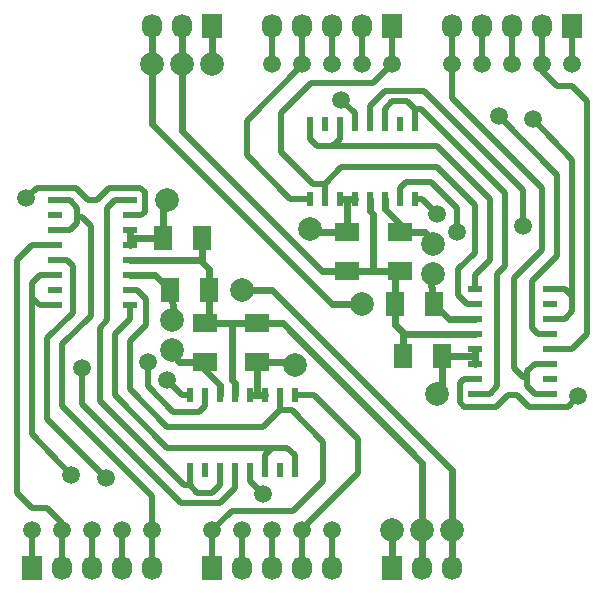
<source format=gtl>
G04 #@! TF.FileFunction,Copper,L1,Top,Signal*
%FSLAX46Y46*%
G04 Gerber Fmt 4.6, Leading zero omitted, Abs format (unit mm)*
G04 Created by KiCad (PCBNEW 4.0.5) date 03/25/17 21:50:00*
%MOMM*%
%LPD*%
G01*
G04 APERTURE LIST*
%ADD10C,0.100000*%
%ADD11R,1.727200X2.032000*%
%ADD12O,1.727200X2.032000*%
%ADD13R,0.508000X1.143000*%
%ADD14R,1.143000X0.508000*%
%ADD15R,2.032000X1.524000*%
%ADD16R,1.524000X2.032000*%
%ADD17C,2.000000*%
%ADD18C,1.500000*%
%ADD19C,0.500000*%
%ADD20C,0.600000*%
G04 APERTURE END LIST*
D10*
D11*
X71247000Y-50609500D03*
D12*
X68707000Y-50609500D03*
X66167000Y-50609500D03*
D11*
X86487000Y-50609500D03*
D12*
X83947000Y-50609500D03*
X81407000Y-50609500D03*
X78867000Y-50609500D03*
X76327000Y-50609500D03*
D11*
X101727000Y-50609500D03*
D12*
X99187000Y-50609500D03*
X96647000Y-50609500D03*
X94107000Y-50609500D03*
X91567000Y-50609500D03*
D13*
X88392000Y-65214500D03*
X85852000Y-65214500D03*
X84582000Y-65214500D03*
X83312000Y-65214500D03*
X82042000Y-65214500D03*
X80772000Y-65214500D03*
X79502000Y-65214500D03*
X79502000Y-58864500D03*
X80772000Y-58864500D03*
X82042000Y-58864500D03*
X83312000Y-58864500D03*
X84582000Y-58864500D03*
X85852000Y-58864500D03*
X87122000Y-58864500D03*
X88392000Y-58864500D03*
X87122000Y-65214500D03*
D14*
X93472000Y-81724500D03*
X93472000Y-79184500D03*
X93472000Y-77914500D03*
X93472000Y-76644500D03*
X93472000Y-75374500D03*
X93472000Y-74104500D03*
X93472000Y-72834500D03*
X99822000Y-72834500D03*
X99822000Y-74104500D03*
X99822000Y-75374500D03*
X99822000Y-76644500D03*
X99822000Y-77914500D03*
X99822000Y-79184500D03*
X99822000Y-80454500D03*
X99822000Y-81724500D03*
X93472000Y-80454500D03*
D15*
X87122000Y-71310500D03*
X87122000Y-68008500D03*
X82677000Y-68008500D03*
X82677000Y-71310500D03*
D16*
X87376000Y-78549500D03*
X90678000Y-78549500D03*
X90043000Y-74104500D03*
X86741000Y-74104500D03*
X67691000Y-72961500D03*
X70993000Y-72961500D03*
X70358000Y-68516500D03*
X67056000Y-68516500D03*
D15*
X75057000Y-79057500D03*
X75057000Y-75755500D03*
X70612000Y-75755500D03*
X70612000Y-79057500D03*
D14*
X64262000Y-65341500D03*
X64262000Y-67881500D03*
X64262000Y-69151500D03*
X64262000Y-70421500D03*
X64262000Y-71691500D03*
X64262000Y-72961500D03*
X64262000Y-74231500D03*
X57912000Y-74231500D03*
X57912000Y-72961500D03*
X57912000Y-71691500D03*
X57912000Y-70421500D03*
X57912000Y-69151500D03*
X57912000Y-67881500D03*
X57912000Y-66611500D03*
X57912000Y-65341500D03*
X64262000Y-66611500D03*
D13*
X69342000Y-81851500D03*
X71882000Y-81851500D03*
X73152000Y-81851500D03*
X74422000Y-81851500D03*
X75692000Y-81851500D03*
X76962000Y-81851500D03*
X78232000Y-81851500D03*
X78232000Y-88201500D03*
X76962000Y-88201500D03*
X75692000Y-88201500D03*
X74422000Y-88201500D03*
X73152000Y-88201500D03*
X71882000Y-88201500D03*
X70612000Y-88201500D03*
X69342000Y-88201500D03*
X70612000Y-81851500D03*
D11*
X56007000Y-96456500D03*
D12*
X58547000Y-96456500D03*
X61087000Y-96456500D03*
X63627000Y-96456500D03*
X66167000Y-96456500D03*
D11*
X71247000Y-96456500D03*
D12*
X73787000Y-96456500D03*
X76327000Y-96456500D03*
X78867000Y-96456500D03*
X81407000Y-96456500D03*
D11*
X86487000Y-96456500D03*
D12*
X89027000Y-96456500D03*
X91567000Y-96456500D03*
D17*
X89916000Y-71564500D03*
X83947000Y-74104500D03*
X66167000Y-53784500D03*
X79502000Y-67754500D03*
X78232000Y-79311500D03*
X91567000Y-93281500D03*
X73787000Y-72961500D03*
X67818000Y-75501500D03*
X68707000Y-53784500D03*
X89027000Y-93281500D03*
X71247000Y-53784500D03*
X90297000Y-81724500D03*
X89916000Y-69024500D03*
X67818000Y-78041500D03*
X67437000Y-65341500D03*
X86487000Y-93281500D03*
D18*
X86487000Y-53784500D03*
X71247000Y-93281500D03*
X76327000Y-53784500D03*
X98425000Y-58483500D03*
X59309000Y-88582500D03*
X81407000Y-93281500D03*
X83947000Y-53784500D03*
X95504000Y-58229500D03*
X62230000Y-88836500D03*
X73787000Y-93281500D03*
X99187000Y-53784500D03*
X58547000Y-93281500D03*
X91567000Y-53784500D03*
X66167000Y-93281500D03*
X101727000Y-53784500D03*
X91948000Y-68008500D03*
X102235000Y-81915000D03*
X55499000Y-65151000D03*
X65786000Y-79057500D03*
X56007000Y-93281500D03*
X94107000Y-53784500D03*
X90297000Y-66484500D03*
X67437000Y-80581500D03*
X63627000Y-93281500D03*
X78867000Y-53784500D03*
X78867000Y-93281500D03*
X81407000Y-53784500D03*
X82169000Y-56832500D03*
X75565000Y-90233500D03*
X76327000Y-93281500D03*
X96647000Y-53784500D03*
X97536000Y-67500500D03*
X60198000Y-79565500D03*
X61087000Y-93281500D03*
D19*
X88392000Y-57594500D02*
X87757000Y-56959500D01*
X87757000Y-56959500D02*
X86487000Y-56959500D01*
X86487000Y-56959500D02*
X85852000Y-57594500D01*
X85852000Y-57594500D02*
X85852000Y-58864500D01*
X88392000Y-58864500D02*
X88392000Y-57594500D01*
X88900000Y-57594500D02*
X96012000Y-64706500D01*
X96012000Y-64706500D02*
X96012000Y-70929500D01*
X96012000Y-70929500D02*
X95377000Y-71564500D01*
X95377000Y-71564500D02*
X95377000Y-81089500D01*
X95377000Y-81089500D02*
X94742000Y-81724500D01*
X94742000Y-81724500D02*
X93472000Y-81724500D01*
X88392000Y-57594500D02*
X88900000Y-57594500D01*
X69342000Y-89471500D02*
X68834000Y-89471500D01*
X62992000Y-65341500D02*
X64262000Y-65341500D01*
X62357000Y-65976500D02*
X62992000Y-65341500D01*
X62357000Y-75501500D02*
X62357000Y-65976500D01*
X61722000Y-76136500D02*
X62357000Y-75501500D01*
X61722000Y-82359500D02*
X61722000Y-76136500D01*
X68834000Y-89471500D02*
X61722000Y-82359500D01*
X69342000Y-88201500D02*
X69342000Y-89471500D01*
X71882000Y-89471500D02*
X71882000Y-88201500D01*
X71247000Y-90106500D02*
X71882000Y-89471500D01*
X69977000Y-90106500D02*
X71247000Y-90106500D01*
X69342000Y-89471500D02*
X69977000Y-90106500D01*
X82042000Y-60134500D02*
X81407000Y-60769500D01*
X81280000Y-60769500D02*
X80137000Y-60769500D01*
X81407000Y-60769500D02*
X81280000Y-60769500D01*
X80137000Y-60769500D02*
X79502000Y-60134500D01*
X79502000Y-60134500D02*
X79502000Y-58864500D01*
X82042000Y-58864500D02*
X82042000Y-60134500D01*
X90297000Y-60769500D02*
X81280000Y-60769500D01*
X94742000Y-70421500D02*
X93472000Y-71691500D01*
X94742000Y-65214500D02*
X94742000Y-70421500D01*
X90297000Y-60769500D02*
X94742000Y-65214500D01*
X93472000Y-72834500D02*
X93472000Y-71691500D01*
X64262000Y-74231500D02*
X64262000Y-75374500D01*
X67437000Y-86296500D02*
X62992000Y-81851500D01*
X62992000Y-81851500D02*
X62992000Y-76644500D01*
X62992000Y-76644500D02*
X64262000Y-75374500D01*
X67437000Y-86296500D02*
X76454000Y-86296500D01*
X75692000Y-88201500D02*
X75692000Y-86931500D01*
X78232000Y-86931500D02*
X78232000Y-88201500D01*
X77597000Y-86296500D02*
X78232000Y-86931500D01*
X76327000Y-86296500D02*
X76454000Y-86296500D01*
X76454000Y-86296500D02*
X77597000Y-86296500D01*
X75692000Y-86931500D02*
X76327000Y-86296500D01*
D20*
X81407000Y-74104500D02*
X83947000Y-74104500D01*
X66167000Y-53784500D02*
X66167000Y-50609500D01*
X91313000Y-75374500D02*
X90043000Y-74104500D01*
X93472000Y-75374500D02*
X91313000Y-75374500D01*
X89662000Y-71818500D02*
X89916000Y-71564500D01*
X66167000Y-58864500D02*
X66167000Y-53784500D01*
X66167000Y-58864500D02*
X81407000Y-74104500D01*
X90043000Y-74104500D02*
X89662000Y-71818500D01*
X79756000Y-68008500D02*
X82677000Y-68008500D01*
X79502000Y-67754500D02*
X79756000Y-68008500D01*
X82677000Y-65214500D02*
X82042000Y-65214500D01*
X83312000Y-65214500D02*
X82677000Y-65214500D01*
X82677000Y-65214500D02*
X82677000Y-68008500D01*
X75057000Y-81851500D02*
X75057000Y-79057500D01*
X74422000Y-81851500D02*
X75057000Y-81851500D01*
X75057000Y-81851500D02*
X75692000Y-81851500D01*
X78232000Y-79311500D02*
X77978000Y-79057500D01*
X77978000Y-79057500D02*
X75057000Y-79057500D01*
X67691000Y-72961500D02*
X68072000Y-75247500D01*
X91567000Y-88201500D02*
X76327000Y-72961500D01*
X91567000Y-88201500D02*
X91567000Y-93281500D01*
X68072000Y-75247500D02*
X67818000Y-75501500D01*
X64262000Y-71691500D02*
X66421000Y-71691500D01*
X66421000Y-71691500D02*
X67691000Y-72961500D01*
X91567000Y-93281500D02*
X91567000Y-96456500D01*
X76327000Y-72961500D02*
X73787000Y-72961500D01*
X68707000Y-50609500D02*
X68707000Y-53784500D01*
X87122000Y-71310500D02*
X86741000Y-71691500D01*
X84836000Y-71310500D02*
X87122000Y-71310500D01*
X82677000Y-71310500D02*
X84836000Y-71310500D01*
X68707000Y-59499500D02*
X80518000Y-71310500D01*
X80518000Y-71310500D02*
X82677000Y-71310500D01*
X68707000Y-53784500D02*
X68707000Y-59499500D01*
X84582000Y-66230500D02*
X84836000Y-66484500D01*
X84836000Y-66484500D02*
X84836000Y-71310500D01*
X84582000Y-65214500D02*
X84582000Y-66230500D01*
X87376000Y-76517500D02*
X86741000Y-75882500D01*
X86741000Y-75882500D02*
X86741000Y-74104500D01*
X87376000Y-78549500D02*
X87376000Y-76517500D01*
X87503000Y-76644500D02*
X87376000Y-76517500D01*
X93472000Y-76644500D02*
X87503000Y-76644500D01*
X86741000Y-71691500D02*
X87122000Y-71310500D01*
X86741000Y-74104500D02*
X86741000Y-71691500D01*
X70993000Y-72961500D02*
X70993000Y-75374500D01*
X70993000Y-75374500D02*
X70612000Y-75755500D01*
X64262000Y-70421500D02*
X70231000Y-70421500D01*
X70231000Y-70421500D02*
X70358000Y-70548500D01*
X70358000Y-68516500D02*
X70358000Y-70548500D01*
X70993000Y-71183500D02*
X70993000Y-72961500D01*
X70358000Y-70548500D02*
X70993000Y-71183500D01*
X73152000Y-81851500D02*
X73152000Y-80835500D01*
X72898000Y-80581500D02*
X72898000Y-75755500D01*
X73152000Y-80835500D02*
X72898000Y-80581500D01*
X89027000Y-93281500D02*
X89027000Y-87566500D01*
X77216000Y-75755500D02*
X75057000Y-75755500D01*
X89027000Y-87566500D02*
X77216000Y-75755500D01*
X75057000Y-75755500D02*
X72898000Y-75755500D01*
X72898000Y-75755500D02*
X70612000Y-75755500D01*
X70612000Y-75755500D02*
X70993000Y-75374500D01*
X89027000Y-96456500D02*
X89027000Y-93281500D01*
X71247000Y-53784500D02*
X71247000Y-50609500D01*
X93472000Y-78549500D02*
X93472000Y-79184500D01*
X93472000Y-77914500D02*
X93472000Y-78549500D01*
X93472000Y-78549500D02*
X90678000Y-78549500D01*
X87122000Y-67373500D02*
X87122000Y-68008500D01*
X85852000Y-66103500D02*
X87122000Y-67373500D01*
X85852000Y-65214500D02*
X85852000Y-66103500D01*
X90678000Y-81343500D02*
X90297000Y-81724500D01*
X90678000Y-78549500D02*
X90678000Y-81343500D01*
X89281000Y-68008500D02*
X89916000Y-69024500D01*
X87122000Y-68008500D02*
X89281000Y-68008500D01*
X70612000Y-79057500D02*
X68453000Y-79057500D01*
X68453000Y-79057500D02*
X67818000Y-78041500D01*
X67056000Y-68516500D02*
X67056000Y-65722500D01*
X67056000Y-65722500D02*
X67437000Y-65341500D01*
X71882000Y-81851500D02*
X71882000Y-80962500D01*
X71882000Y-80962500D02*
X70612000Y-79692500D01*
X70612000Y-79692500D02*
X70612000Y-79057500D01*
X64262000Y-68516500D02*
X67056000Y-68516500D01*
X64262000Y-69151500D02*
X64262000Y-68516500D01*
X64262000Y-68516500D02*
X64262000Y-67881500D01*
X86487000Y-93281500D02*
X86487000Y-96456500D01*
D19*
X86487000Y-50609500D02*
X86487000Y-53784500D01*
X80772000Y-63944500D02*
X80772000Y-65214500D01*
X84836000Y-55435500D02*
X79629000Y-55435500D01*
X79629000Y-55435500D02*
X77089000Y-57975500D01*
X77089000Y-57975500D02*
X77089000Y-61277500D01*
X77089000Y-61277500D02*
X79756000Y-63944500D01*
X79756000Y-63944500D02*
X80772000Y-63944500D01*
X86487000Y-53784500D02*
X84836000Y-55435500D01*
X80772000Y-63944500D02*
X80772000Y-65214500D01*
X92837000Y-74104500D02*
X92075000Y-73342500D01*
X92075000Y-73342500D02*
X92075000Y-71183500D01*
X92075000Y-71183500D02*
X93472000Y-69786500D01*
X93472000Y-69786500D02*
X93472000Y-65722500D01*
X93472000Y-65722500D02*
X90297000Y-62547500D01*
X90297000Y-62547500D02*
X82169000Y-62547500D01*
X82169000Y-62547500D02*
X80772000Y-63944500D01*
X93472000Y-74104500D02*
X92837000Y-74104500D01*
X64262000Y-72961500D02*
X64897000Y-72961500D01*
X75565000Y-84518500D02*
X76962000Y-83121500D01*
X67437000Y-84518500D02*
X75565000Y-84518500D01*
X64262000Y-81343500D02*
X67437000Y-84518500D01*
X64262000Y-77279500D02*
X64262000Y-81343500D01*
X65659000Y-75882500D02*
X64262000Y-77279500D01*
X65659000Y-73723500D02*
X65659000Y-75882500D01*
X64897000Y-72961500D02*
X65659000Y-73723500D01*
X76962000Y-83121500D02*
X76962000Y-81851500D01*
X71247000Y-93281500D02*
X72898000Y-91630500D01*
X77978000Y-83121500D02*
X76962000Y-83121500D01*
X80645000Y-85788500D02*
X77978000Y-83121500D01*
X80645000Y-89090500D02*
X80645000Y-85788500D01*
X78105000Y-91630500D02*
X80645000Y-89090500D01*
X72898000Y-91630500D02*
X78105000Y-91630500D01*
X76962000Y-83121500D02*
X76962000Y-81851500D01*
X71247000Y-96456500D02*
X71247000Y-93281500D01*
X101727000Y-74104500D02*
X101727000Y-73469500D01*
X101092000Y-72834500D02*
X99822000Y-72834500D01*
X101409500Y-73152000D02*
X101092000Y-72834500D01*
X101727000Y-73469500D02*
X101409500Y-73152000D01*
X101727000Y-74739500D02*
X101727000Y-74104500D01*
X101092000Y-75374500D02*
X101727000Y-74739500D01*
X99822000Y-75374500D02*
X101092000Y-75374500D01*
X76327000Y-50609500D02*
X76327000Y-53784500D01*
X98425000Y-58483500D02*
X101727000Y-61912500D01*
X101727000Y-61912500D02*
X101727000Y-74104500D01*
X56007000Y-85153500D02*
X56007000Y-72961500D01*
X59309000Y-88582500D02*
X56007000Y-85153500D01*
X81407000Y-96456500D02*
X81407000Y-93281500D01*
X57912000Y-71691500D02*
X56642000Y-71691500D01*
X56642000Y-71691500D02*
X56007000Y-72326500D01*
X56007000Y-72326500D02*
X56007000Y-72961500D01*
X56007000Y-73596500D02*
X56324500Y-73914000D01*
X56324500Y-73914000D02*
X56642000Y-74231500D01*
X56642000Y-74231500D02*
X57912000Y-74231500D01*
X56007000Y-72961500D02*
X56007000Y-73596500D01*
X83947000Y-53784500D02*
X83947000Y-50609500D01*
X98806000Y-76644500D02*
X98298000Y-76136500D01*
X98298000Y-76136500D02*
X98298000Y-72199500D01*
X98298000Y-72199500D02*
X100457000Y-70040500D01*
X100457000Y-70040500D02*
X100457000Y-63182500D01*
X100457000Y-63182500D02*
X95504000Y-58229500D01*
X99822000Y-76644500D02*
X98806000Y-76644500D01*
X57912000Y-70421500D02*
X58928000Y-70421500D01*
X57277000Y-83883500D02*
X62230000Y-88836500D01*
X57277000Y-77025500D02*
X57277000Y-83883500D01*
X59436000Y-74866500D02*
X57277000Y-77025500D01*
X59436000Y-70929500D02*
X59436000Y-74866500D01*
X58928000Y-70421500D02*
X59436000Y-70929500D01*
X73787000Y-93281500D02*
X73787000Y-96456500D01*
X99187000Y-53784500D02*
X99187000Y-50609500D01*
X99187000Y-54419500D02*
X100457000Y-55689500D01*
X100457000Y-55689500D02*
X101727000Y-55689500D01*
X101727000Y-55689500D02*
X102997000Y-56959500D01*
X102997000Y-56959500D02*
X102997000Y-76644500D01*
X102997000Y-76644500D02*
X101727000Y-77914500D01*
X101727000Y-77914500D02*
X99822000Y-77914500D01*
X99187000Y-53784500D02*
X99187000Y-54419500D01*
X58547000Y-93281500D02*
X58547000Y-92646500D01*
X56007000Y-69151500D02*
X57912000Y-69151500D01*
X54737000Y-70421500D02*
X56007000Y-69151500D01*
X54737000Y-90106500D02*
X54737000Y-70421500D01*
X56007000Y-91376500D02*
X54737000Y-90106500D01*
X57277000Y-91376500D02*
X56007000Y-91376500D01*
X58547000Y-92646500D02*
X57277000Y-91376500D01*
X58547000Y-93281500D02*
X58547000Y-96456500D01*
X97917000Y-79819500D02*
X98552000Y-79184500D01*
X98552000Y-79184500D02*
X99822000Y-79184500D01*
X97917000Y-80327500D02*
X97917000Y-79819500D01*
X99822000Y-81724500D02*
X98552000Y-81724500D01*
X98552000Y-81724500D02*
X97917000Y-81089500D01*
X97917000Y-81089500D02*
X97917000Y-80454500D01*
X97917000Y-80454500D02*
X97917000Y-80327500D01*
X91567000Y-53784500D02*
X91567000Y-50609500D01*
X91567000Y-56705500D02*
X99187000Y-64325500D01*
X99187000Y-64325500D02*
X99187000Y-69532500D01*
X99187000Y-69532500D02*
X96774000Y-71945500D01*
X96774000Y-71945500D02*
X96774000Y-79565500D01*
X96774000Y-79565500D02*
X97536000Y-80327500D01*
X97536000Y-80327500D02*
X97917000Y-80327500D01*
X91567000Y-53784500D02*
X91567000Y-56705500D01*
X66167000Y-93281500D02*
X66167000Y-90360500D01*
X60198000Y-66738500D02*
X59817000Y-66738500D01*
X60960000Y-67500500D02*
X60198000Y-66738500D01*
X60960000Y-75120500D02*
X60960000Y-67500500D01*
X58547000Y-77533500D02*
X60960000Y-75120500D01*
X58547000Y-82740500D02*
X58547000Y-77533500D01*
X66167000Y-90360500D02*
X58547000Y-82740500D01*
X66167000Y-93281500D02*
X66167000Y-96456500D01*
X59817000Y-66611500D02*
X59817000Y-66738500D01*
X59817000Y-65976500D02*
X59817000Y-66611500D01*
X59182000Y-65341500D02*
X59817000Y-65976500D01*
X57912000Y-65341500D02*
X59182000Y-65341500D01*
X59817000Y-66738500D02*
X59817000Y-67246500D01*
X59182000Y-67881500D02*
X57912000Y-67881500D01*
X59817000Y-67246500D02*
X59182000Y-67881500D01*
X101727000Y-50609500D02*
X101727000Y-53784500D01*
X87122000Y-64325500D02*
X87630000Y-63817500D01*
X87630000Y-63817500D02*
X89789000Y-63817500D01*
X89789000Y-63817500D02*
X91948000Y-65976500D01*
X91948000Y-65976500D02*
X91948000Y-68008500D01*
X87122000Y-65214500D02*
X87122000Y-64325500D01*
X92519500Y-80454500D02*
X93472000Y-80454500D01*
X98044000Y-82804000D02*
X101346000Y-82804000D01*
X97028000Y-81788000D02*
X98044000Y-82804000D01*
X96266000Y-81788000D02*
X97028000Y-81788000D01*
X95250000Y-82804000D02*
X96266000Y-81788000D01*
X92583000Y-82804000D02*
X95250000Y-82804000D01*
X92202000Y-82423000D02*
X92583000Y-82804000D01*
X92202000Y-80772000D02*
X92202000Y-82423000D01*
X92519500Y-80454500D02*
X92202000Y-80772000D01*
X101346000Y-82804000D02*
X102235000Y-81915000D01*
X56388000Y-64262000D02*
X55499000Y-65151000D01*
X65214500Y-66611500D02*
X65532000Y-66294000D01*
X65532000Y-66294000D02*
X65532000Y-64643000D01*
X65532000Y-64643000D02*
X65151000Y-64262000D01*
X65151000Y-64262000D02*
X62484000Y-64262000D01*
X62484000Y-64262000D02*
X61468000Y-65278000D01*
X61468000Y-65278000D02*
X60706000Y-65278000D01*
X60706000Y-65278000D02*
X59690000Y-64262000D01*
X59690000Y-64262000D02*
X56388000Y-64262000D01*
X65214500Y-66611500D02*
X64262000Y-66611500D01*
X70612000Y-81851500D02*
X70612000Y-82740500D01*
X65786000Y-81089500D02*
X65786000Y-79057500D01*
X67945000Y-83248500D02*
X65786000Y-81089500D01*
X70104000Y-83248500D02*
X67945000Y-83248500D01*
X70612000Y-82740500D02*
X70104000Y-83248500D01*
X56007000Y-96456500D02*
X56007000Y-93281500D01*
X94107000Y-53784500D02*
X94107000Y-50609500D01*
X90297000Y-66484500D02*
X89027000Y-65214500D01*
X89027000Y-65214500D02*
X88392000Y-65214500D01*
X68707000Y-81851500D02*
X69342000Y-81851500D01*
X67437000Y-80581500D02*
X68707000Y-81851500D01*
X63627000Y-93281500D02*
X63627000Y-96456500D01*
X78867000Y-51244500D02*
X78867000Y-50609500D01*
X78867000Y-53784500D02*
X78867000Y-50609500D01*
X78867000Y-53911500D02*
X74168000Y-58610500D01*
X74168000Y-58610500D02*
X74168000Y-61531500D01*
X74168000Y-61531500D02*
X77851000Y-65214500D01*
X77851000Y-65214500D02*
X79502000Y-65214500D01*
X78867000Y-53784500D02*
X78867000Y-53911500D01*
X78867000Y-93281500D02*
X78867000Y-93154500D01*
X79883000Y-81851500D02*
X78232000Y-81851500D01*
X83566000Y-85534500D02*
X79883000Y-81851500D01*
X83566000Y-88455500D02*
X83566000Y-85534500D01*
X78867000Y-93154500D02*
X83566000Y-88455500D01*
X78867000Y-93281500D02*
X78867000Y-96456500D01*
X78867000Y-95821500D02*
X78867000Y-96456500D01*
X81407000Y-50609500D02*
X81407000Y-53784500D01*
X82169000Y-56832500D02*
X83312000Y-57975500D01*
X83312000Y-57975500D02*
X83312000Y-58864500D01*
X74422000Y-89090500D02*
X74422000Y-88201500D01*
X75565000Y-90233500D02*
X74422000Y-89090500D01*
X76327000Y-96456500D02*
X76327000Y-93281500D01*
X96647000Y-50609500D02*
X96647000Y-53784500D01*
X88011000Y-56070500D02*
X88011000Y-56070500D01*
X85852000Y-56070500D02*
X84582000Y-57340500D01*
X88011000Y-56070500D02*
X85852000Y-56070500D01*
X84582000Y-57340500D02*
X84582000Y-58864500D01*
X97536000Y-67119500D02*
X97536000Y-67119500D01*
X97536000Y-67500500D02*
X97536000Y-67119500D01*
X97536000Y-64452500D02*
X89154000Y-56070500D01*
X89154000Y-56070500D02*
X88011000Y-56070500D01*
X97536000Y-67500500D02*
X97536000Y-64452500D01*
X60198000Y-79565500D02*
X60198000Y-82613500D01*
X68580000Y-90995500D02*
X69723000Y-90995500D01*
X60198000Y-82613500D02*
X68580000Y-90995500D01*
X60198000Y-79565500D02*
X60198000Y-79946500D01*
X60198000Y-79946500D02*
X60198000Y-79946500D01*
X73152000Y-89725500D02*
X73152000Y-88201500D01*
X69723000Y-90995500D02*
X71882000Y-90995500D01*
X71882000Y-90995500D02*
X73152000Y-89725500D01*
X69723000Y-90995500D02*
X69723000Y-90995500D01*
X61087000Y-96456500D02*
X61087000Y-93281500D01*
M02*

</source>
